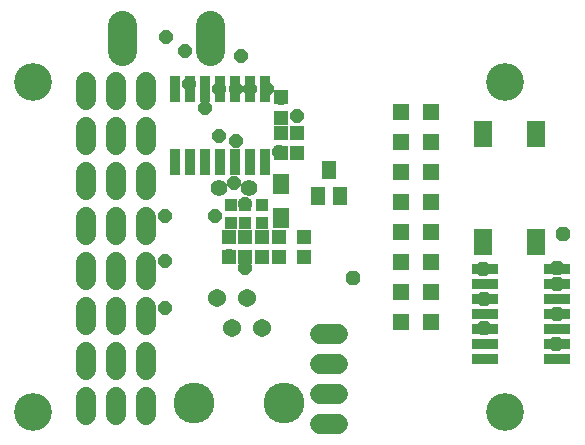
<source format=gbr>
G75*
G70*
%OFA0B0*%
%FSLAX24Y24*%
%IPPOS*%
%LPD*%
%AMOC8*
5,1,8,0,0,1.08239X$1,22.5*
%
%ADD10C,0.1261*%
%ADD11C,0.0605*%
%ADD12C,0.1360*%
%ADD13C,0.0680*%
%ADD14R,0.0340X0.0880*%
%ADD15R,0.0513X0.0474*%
%ADD16R,0.0552X0.0671*%
%ADD17C,0.0966*%
%ADD18R,0.0395X0.0395*%
%ADD19R,0.0474X0.0631*%
%ADD20R,0.0560X0.0560*%
%ADD21R,0.0880X0.0340*%
%ADD22R,0.0631X0.0907*%
%ADD23C,0.0560*%
%ADD24OC8,0.0434*%
%ADD25OC8,0.0474*%
%ADD26R,0.0474X0.0474*%
D10*
X001046Y003649D03*
X001046Y014672D03*
X016794Y014672D03*
X016794Y003649D03*
D11*
X008683Y006454D03*
X007683Y006454D03*
X007183Y007454D03*
X008183Y007454D03*
D12*
X009433Y003954D03*
X006433Y003954D03*
D13*
X002819Y004149D02*
X002819Y003549D01*
X003819Y003549D02*
X003819Y004149D01*
X003819Y005049D02*
X003819Y005649D01*
X004819Y005649D02*
X004819Y005049D01*
X004819Y004149D02*
X004819Y003549D01*
X002819Y005049D02*
X002819Y005649D01*
X002819Y006549D02*
X002819Y007149D01*
X002819Y008049D02*
X002819Y008649D01*
X002819Y009549D02*
X002819Y010149D01*
X002819Y011049D02*
X002819Y011649D01*
X002819Y012549D02*
X002819Y013149D01*
X002820Y014049D02*
X002820Y014649D01*
X003820Y014649D02*
X003820Y014049D01*
X003819Y013149D02*
X003819Y012549D01*
X004819Y012549D02*
X004819Y013149D01*
X004820Y014049D02*
X004820Y014649D01*
X004819Y011649D02*
X004819Y011049D01*
X004819Y010149D02*
X004819Y009549D01*
X003819Y009549D02*
X003819Y010149D01*
X003819Y011049D02*
X003819Y011649D01*
X003819Y008649D02*
X003819Y008049D01*
X003819Y007149D02*
X003819Y006549D01*
X004819Y006549D02*
X004819Y007149D01*
X004819Y008049D02*
X004819Y008649D01*
X010628Y006251D02*
X011228Y006251D01*
X011228Y005251D02*
X010628Y005251D01*
X010628Y004251D02*
X011228Y004251D01*
X011228Y003251D02*
X010628Y003251D01*
D14*
X008772Y012000D03*
X008272Y012000D03*
X007772Y012000D03*
X007272Y012000D03*
X006772Y012000D03*
X006272Y012000D03*
X005772Y012000D03*
X005772Y014420D03*
X006272Y014420D03*
X006772Y014420D03*
X007272Y014420D03*
X007772Y014420D03*
X008272Y014420D03*
X008772Y014420D03*
D15*
X009313Y014141D03*
X009313Y013471D03*
X009313Y012960D03*
X009865Y012960D03*
X009865Y012290D03*
X009313Y012290D03*
X009235Y009495D03*
X008683Y009495D03*
X008132Y009495D03*
X007581Y009495D03*
X007581Y008826D03*
X008132Y008826D03*
X008683Y008826D03*
X009235Y008826D03*
X010101Y008826D03*
X010101Y009495D03*
D16*
X009306Y010113D03*
X009306Y011255D03*
D17*
X006955Y015686D02*
X006955Y016572D01*
X004002Y016572D02*
X004002Y015686D01*
D18*
X007660Y010558D03*
X008132Y010558D03*
X008699Y010554D03*
X008699Y009963D03*
X008132Y009967D03*
X007660Y009967D03*
D19*
X010538Y010853D03*
X011286Y010853D03*
X010912Y011719D03*
D20*
X013302Y011645D03*
X014302Y011645D03*
X014302Y012645D03*
X013302Y012645D03*
X013302Y013645D03*
X014302Y013645D03*
X014302Y010645D03*
X013302Y010645D03*
X013302Y009645D03*
X014302Y009645D03*
X014302Y008645D03*
X013302Y008645D03*
X013302Y007645D03*
X014302Y007645D03*
X014302Y006645D03*
X013302Y006645D03*
D21*
X016107Y006428D03*
X016107Y005928D03*
X016107Y005428D03*
X016107Y006928D03*
X016107Y007428D03*
X016107Y007928D03*
X016107Y008428D03*
X018527Y008428D03*
X018527Y007928D03*
X018527Y007428D03*
X018527Y006928D03*
X018527Y006428D03*
X018527Y005928D03*
X018527Y005428D03*
D22*
X017821Y009326D03*
X016050Y009326D03*
X016050Y012908D03*
X017821Y012908D03*
D23*
X008254Y011109D03*
X007254Y011109D03*
D24*
X007739Y011286D03*
X008132Y010578D03*
X007109Y010184D03*
X007581Y008845D03*
X008132Y008452D03*
X005455Y008688D03*
X005455Y007113D03*
X005455Y010184D03*
X007817Y012704D03*
X007266Y012861D03*
X006794Y013806D03*
X007266Y014436D03*
X007817Y014436D03*
X008290Y014436D03*
X008841Y014436D03*
X009313Y014121D03*
X009865Y013530D03*
X009235Y012310D03*
X006243Y014593D03*
X006124Y015696D03*
X005494Y016168D03*
X007975Y015538D03*
D25*
X011715Y008137D03*
X016046Y008412D03*
X016046Y009318D03*
X016085Y007428D03*
X016085Y006444D03*
X018487Y005932D03*
X018526Y006916D03*
X018526Y007940D03*
X018526Y008452D03*
X018723Y009593D03*
D26*
X009313Y010105D03*
M02*

</source>
